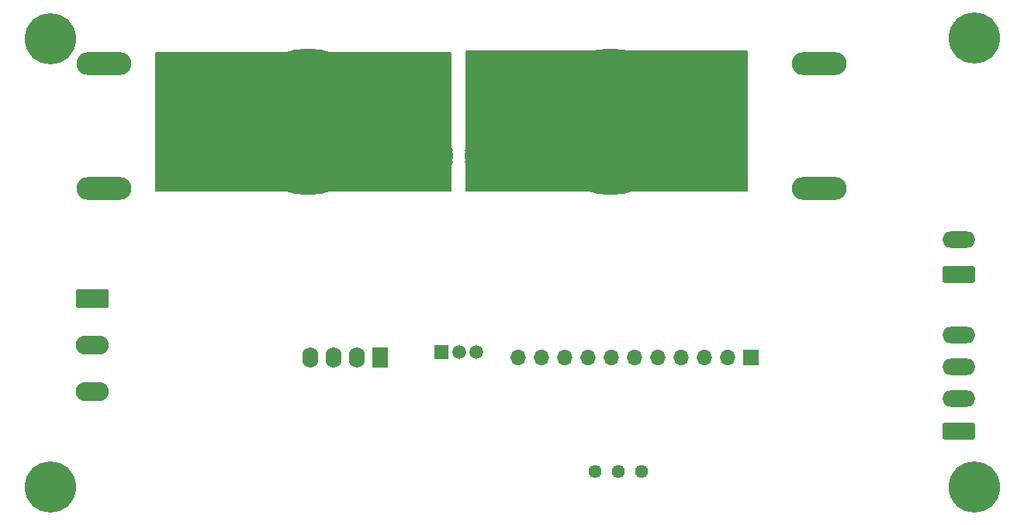
<source format=gbr>
%TF.GenerationSoftware,KiCad,Pcbnew,8.0.3*%
%TF.CreationDate,2024-10-20T11:10:21+02:00*%
%TF.ProjectId,diyBMS_CurrentVoltage_ADS1115,64697942-4d53-45f4-9375-7272656e7456,rev?*%
%TF.SameCoordinates,Original*%
%TF.FileFunction,Soldermask,Bot*%
%TF.FilePolarity,Negative*%
%FSLAX46Y46*%
G04 Gerber Fmt 4.6, Leading zero omitted, Abs format (unit mm)*
G04 Created by KiCad (PCBNEW 8.0.3) date 2024-10-20 11:10:21*
%MOMM*%
%LPD*%
G01*
G04 APERTURE LIST*
G04 Aperture macros list*
%AMRoundRect*
0 Rectangle with rounded corners*
0 $1 Rounding radius*
0 $2 $3 $4 $5 $6 $7 $8 $9 X,Y pos of 4 corners*
0 Add a 4 corners polygon primitive as box body*
4,1,4,$2,$3,$4,$5,$6,$7,$8,$9,$2,$3,0*
0 Add four circle primitives for the rounded corners*
1,1,$1+$1,$2,$3*
1,1,$1+$1,$4,$5*
1,1,$1+$1,$6,$7*
1,1,$1+$1,$8,$9*
0 Add four rect primitives between the rounded corners*
20,1,$1+$1,$2,$3,$4,$5,0*
20,1,$1+$1,$4,$5,$6,$7,0*
20,1,$1+$1,$6,$7,$8,$9,0*
20,1,$1+$1,$8,$9,$2,$3,0*%
%AMHorizOval*
0 Thick line with rounded ends*
0 $1 width*
0 $2 $3 position (X,Y) of the first rounded end (center of the circle)*
0 $4 $5 position (X,Y) of the second rounded end (center of the circle)*
0 Add line between two ends*
20,1,$1,$2,$3,$4,$5,0*
0 Add two circle primitives to create the rounded ends*
1,1,$1,$2,$3*
1,1,$1,$4,$5*%
G04 Aperture macros list end*
%ADD10C,0.200000*%
%ADD11C,0.150000*%
%ADD12C,1.440000*%
%ADD13C,0.800000*%
%ADD14O,6.000000X2.500000*%
%ADD15C,3.200000*%
%ADD16C,16.000000*%
%ADD17C,5.600000*%
%ADD18RoundRect,0.250000X1.550000X-0.650000X1.550000X0.650000X-1.550000X0.650000X-1.550000X-0.650000X0*%
%ADD19O,3.600000X1.800000*%
%ADD20R,1.700000X1.700000*%
%ADD21O,1.700000X1.700000*%
%ADD22R,1.500000X1.500000*%
%ADD23C,1.500000*%
%ADD24HorizOval,0.800000X0.000000X0.000000X0.000000X0.000000X0*%
%ADD25HorizOval,0.800000X0.000000X0.000000X0.000000X0.000000X0*%
%ADD26O,9.000000X6.000000*%
%ADD27RoundRect,0.249999X-1.550001X0.790001X-1.550001X-0.790001X1.550001X-0.790001X1.550001X0.790001X0*%
%ADD28O,3.600000X2.080000*%
%ADD29R,1.750000X2.250000*%
%ADD30O,1.750000X2.250000*%
G04 APERTURE END LIST*
D10*
X95377000Y-61036200D02*
X127584200Y-61036200D01*
X127584200Y-76092400D01*
X95377000Y-76092400D01*
X95377000Y-61036200D01*
G36*
X95377000Y-61036200D02*
G01*
X127584200Y-61036200D01*
X127584200Y-76092400D01*
X95377000Y-76092400D01*
X95377000Y-61036200D01*
G37*
D11*
X129260600Y-60934600D02*
X159918400Y-60934600D01*
X159918400Y-76149200D01*
X129260600Y-76149200D01*
X129260600Y-60934600D01*
G36*
X129260600Y-60934600D02*
G01*
X159918400Y-60934600D01*
X159918400Y-76149200D01*
X129260600Y-76149200D01*
X129260600Y-60934600D01*
G37*
D12*
%TO.C,RV1*%
X148336000Y-106807000D03*
X145796000Y-106807000D03*
X143256000Y-106807000D03*
%TD*%
D13*
%TO.C,*%
X144983200Y-61899800D03*
%TD*%
%TO.C,*%
X98679000Y-71879000D03*
%TD*%
%TO.C,*%
X151003000Y-66344800D03*
%TD*%
%TO.C,*%
X155448000Y-74713600D03*
%TD*%
%TO.C,*%
X153924000Y-63144400D03*
%TD*%
%TO.C,*%
X101727000Y-71879000D03*
%TD*%
%TO.C,*%
X130505200Y-64516333D03*
%TD*%
%TO.C,*%
X105740200Y-66344800D03*
%TD*%
%TO.C,*%
X157022800Y-72046933D03*
%TD*%
%TO.C,*%
X132029200Y-67183000D03*
%TD*%
%TO.C,*%
X97155000Y-63500000D03*
%TD*%
%TO.C,*%
X124841000Y-67183000D03*
%TD*%
%TO.C,*%
X121793000Y-64513000D03*
%TD*%
%TO.C,*%
X147116800Y-73050400D03*
%TD*%
D14*
%TO.C,*%
X167792400Y-62280800D03*
%TD*%
D13*
%TO.C,*%
X118237000Y-66370200D03*
%TD*%
%TO.C,*%
X147116800Y-74599800D03*
%TD*%
%TO.C,*%
X126365000Y-64513000D03*
%TD*%
%TO.C,*%
X124841000Y-63183000D03*
%TD*%
%TO.C,*%
X121793000Y-65853000D03*
%TD*%
%TO.C,*%
X101727000Y-66167000D03*
%TD*%
%TO.C,*%
X97155000Y-73193600D03*
%TD*%
%TO.C,*%
X158546800Y-64477733D03*
%TD*%
%TO.C,*%
X100203000Y-73219000D03*
%TD*%
%TO.C,*%
X97155000Y-74523600D03*
%TD*%
%TO.C,*%
X157022800Y-67144400D03*
%TD*%
%TO.C,*%
X138988800Y-70739000D03*
%TD*%
D15*
%TO.C,J5*%
X116372800Y-64164400D03*
X111937800Y-64164400D03*
X107502800Y-64164400D03*
X116372800Y-68599400D03*
D16*
X111937800Y-68599400D03*
D15*
X107502800Y-68599400D03*
X116372800Y-73034400D03*
X111937800Y-73034400D03*
X107502800Y-73034400D03*
%TD*%
D13*
%TO.C,*%
X98679000Y-70549000D03*
%TD*%
%TO.C,*%
X153924000Y-67144400D03*
%TD*%
%TO.C,*%
X109753400Y-64135000D03*
%TD*%
%TO.C,*%
X158546800Y-72046933D03*
%TD*%
%TO.C,*%
X153924000Y-65811066D03*
%TD*%
%TO.C,*%
X116357400Y-70866000D03*
%TD*%
%TO.C,*%
X157022800Y-74713600D03*
%TD*%
%TO.C,*%
X109855000Y-73025000D03*
%TD*%
%TO.C,*%
X133604000Y-63183000D03*
%TD*%
%TO.C,*%
X142824200Y-62611000D03*
%TD*%
%TO.C,*%
X98679000Y-64830000D03*
%TD*%
D14*
%TO.C,*%
X89687400Y-75895200D03*
%TD*%
D13*
%TO.C,*%
X153924000Y-74713600D03*
%TD*%
D17*
%TO.C,*%
X184658000Y-59436000D03*
%TD*%
D13*
%TO.C,*%
X157022800Y-65811066D03*
%TD*%
%TO.C,*%
X109753400Y-62306200D03*
%TD*%
D18*
%TO.C,J3*%
X182974000Y-102350000D03*
D19*
X182974000Y-98850000D03*
X182974000Y-95350000D03*
X182974000Y-91850000D03*
%TD*%
D13*
%TO.C,*%
X97155000Y-67500000D03*
%TD*%
D17*
%TO.C,*%
X184658000Y-108458000D03*
%TD*%
D13*
%TO.C,*%
X107492800Y-66344800D03*
%TD*%
%TO.C,*%
X158546800Y-74713600D03*
%TD*%
%TO.C,*%
X100203000Y-70549000D03*
%TD*%
%TO.C,*%
X158546800Y-65811066D03*
%TD*%
%TO.C,*%
X97155000Y-70523600D03*
%TD*%
%TO.C,*%
X107492800Y-70866000D03*
%TD*%
%TO.C,*%
X100203000Y-71879000D03*
%TD*%
%TO.C,*%
X98679000Y-67497000D03*
%TD*%
D14*
%TO.C,*%
X167792400Y-75920600D03*
%TD*%
D13*
%TO.C,*%
X123317000Y-67183000D03*
%TD*%
%TO.C,*%
X97155000Y-66166666D03*
%TD*%
%TO.C,*%
X105257600Y-68630800D03*
%TD*%
%TO.C,*%
X114300000Y-73050400D03*
%TD*%
%TO.C,*%
X123317000Y-64513000D03*
%TD*%
D17*
%TO.C,*%
X83820000Y-108458000D03*
%TD*%
D13*
%TO.C,*%
X101727000Y-70549000D03*
%TD*%
%TO.C,*%
X126365000Y-67183000D03*
%TD*%
%TO.C,*%
X100203000Y-63500000D03*
%TD*%
%TO.C,*%
X155448000Y-67144400D03*
%TD*%
%TO.C,*%
X98679000Y-74549000D03*
%TD*%
%TO.C,*%
X157022800Y-73380266D03*
%TD*%
D20*
%TO.C,J2*%
X160274000Y-94361000D03*
D21*
X157734000Y-94361000D03*
X155194000Y-94361000D03*
X152654000Y-94361000D03*
X150114000Y-94361000D03*
X147574000Y-94361000D03*
X145034000Y-94361000D03*
X142494000Y-94361000D03*
X139954000Y-94361000D03*
X137414000Y-94361000D03*
X134874000Y-94361000D03*
%TD*%
D13*
%TO.C,*%
X155448000Y-72046933D03*
%TD*%
%TO.C,*%
X105765600Y-70840600D03*
%TD*%
%TO.C,*%
X139065000Y-66421000D03*
%TD*%
%TO.C,*%
X126365000Y-65853000D03*
%TD*%
%TO.C,*%
X147142200Y-64185800D03*
%TD*%
%TO.C,*%
X114300000Y-75057000D03*
%TD*%
%TO.C,*%
X140538200Y-70739000D03*
%TD*%
%TO.C,*%
X149453600Y-66344800D03*
%TD*%
%TO.C,*%
X158546800Y-67144400D03*
%TD*%
%TO.C,*%
X147142200Y-62687200D03*
%TD*%
%TO.C,*%
X155448000Y-64477733D03*
%TD*%
%TO.C,*%
X101727000Y-63500000D03*
%TD*%
%TO.C,*%
X101727000Y-67497000D03*
%TD*%
%TO.C,*%
X124841000Y-64513000D03*
%TD*%
%TO.C,*%
X98679000Y-66167000D03*
%TD*%
%TO.C,*%
X135128000Y-63183000D03*
%TD*%
%TO.C,*%
X142798800Y-74523600D03*
%TD*%
%TO.C,*%
X124841000Y-65853000D03*
%TD*%
%TO.C,*%
X114249200Y-62407800D03*
%TD*%
%TO.C,*%
X133604000Y-67183000D03*
%TD*%
%TO.C,*%
X158546800Y-70713600D03*
%TD*%
%TO.C,*%
X140563600Y-66421000D03*
%TD*%
%TO.C,*%
X97155000Y-64833333D03*
%TD*%
%TO.C,*%
X130505200Y-67183000D03*
%TD*%
D14*
%TO.C,*%
X89687400Y-62255400D03*
%TD*%
D13*
%TO.C,*%
X116357400Y-66344800D03*
%TD*%
%TO.C,*%
X123317000Y-65853000D03*
%TD*%
%TO.C,*%
X155448000Y-73380266D03*
%TD*%
%TO.C,*%
X153924000Y-73380266D03*
%TD*%
%TO.C,*%
X133604000Y-64516333D03*
%TD*%
%TO.C,*%
X153924000Y-64477733D03*
%TD*%
D22*
%TO.C,U3*%
X126547800Y-93759400D03*
D23*
X128457800Y-93759400D03*
X130367800Y-93759400D03*
D24*
X129507800Y-71729400D03*
D25*
X129507800Y-72989400D03*
D13*
X130257800Y-70699400D03*
X130257800Y-74019400D03*
X131457800Y-70309400D03*
X131457800Y-74409400D03*
X132787800Y-70309400D03*
X132787800Y-74409400D03*
D26*
X133557800Y-72359400D03*
D13*
X134127800Y-70309400D03*
X134127800Y-74409400D03*
X135457800Y-70309400D03*
X135457800Y-74409400D03*
X136657800Y-70699400D03*
X136657800Y-74019400D03*
X137407800Y-71729400D03*
X137407800Y-72989400D03*
X119507800Y-71729400D03*
X119507800Y-72989400D03*
X120257800Y-70699400D03*
X120257800Y-74019400D03*
X121457800Y-70309400D03*
X121457800Y-74409400D03*
X122787800Y-70309400D03*
X122787800Y-74409400D03*
D26*
X123357800Y-72359400D03*
D13*
X124127800Y-70309400D03*
X124127800Y-74409400D03*
X125457800Y-70309400D03*
X125457800Y-74409400D03*
X126657800Y-70699400D03*
X126657800Y-74019400D03*
D25*
X127407800Y-71729400D03*
D24*
X127407800Y-72989400D03*
%TD*%
D13*
%TO.C,*%
X157022800Y-64477733D03*
%TD*%
%TO.C,*%
X130505200Y-65849666D03*
%TD*%
%TO.C,*%
X118262400Y-70891400D03*
%TD*%
%TO.C,*%
X98679000Y-63500000D03*
%TD*%
%TO.C,*%
X158546800Y-73380266D03*
%TD*%
%TO.C,*%
X126365000Y-63183000D03*
%TD*%
%TO.C,*%
X100203000Y-74549000D03*
%TD*%
%TO.C,*%
X155448000Y-63144400D03*
%TD*%
D27*
%TO.C,J1*%
X88417400Y-87909400D03*
D28*
X88417400Y-92989400D03*
X88417400Y-98069400D03*
%TD*%
D18*
%TO.C,J6*%
X182995500Y-85289000D03*
D19*
X182995500Y-81479000D03*
%TD*%
D13*
%TO.C,*%
X130505200Y-63183000D03*
%TD*%
%TO.C,*%
X153924000Y-70713600D03*
%TD*%
%TO.C,*%
X112014000Y-61620400D03*
%TD*%
D17*
%TO.C,REF\u002A\u002A*%
X83853987Y-59563000D03*
%TD*%
D13*
%TO.C,*%
X144957800Y-75311000D03*
%TD*%
%TO.C,*%
X149428200Y-70662800D03*
%TD*%
%TO.C,*%
X114249200Y-64185800D03*
%TD*%
%TO.C,*%
X98679000Y-73219000D03*
%TD*%
%TO.C,*%
X101727000Y-73219000D03*
%TD*%
%TO.C,*%
X101727000Y-74549000D03*
%TD*%
%TO.C,*%
X97155000Y-71853600D03*
%TD*%
%TO.C,*%
X132029200Y-63183000D03*
%TD*%
%TO.C,*%
X151714200Y-68503800D03*
%TD*%
%TO.C,*%
X153924000Y-72046933D03*
%TD*%
%TO.C,*%
X138277600Y-68580000D03*
%TD*%
%TO.C,*%
X123317000Y-63183000D03*
%TD*%
%TO.C,*%
X158546800Y-63144400D03*
%TD*%
%TO.C,*%
X100203000Y-66167000D03*
%TD*%
%TO.C,*%
X121793000Y-67183000D03*
%TD*%
%TO.C,*%
X109855000Y-75057000D03*
%TD*%
%TO.C,*%
X155448000Y-65811066D03*
%TD*%
%TO.C,*%
X100203000Y-64830000D03*
%TD*%
D15*
%TO.C,J4*%
X149402800Y-64164400D03*
X144967800Y-64164400D03*
X140532800Y-64164400D03*
X149402800Y-68599400D03*
D16*
X144967800Y-68599400D03*
D15*
X140532800Y-68599400D03*
X149402800Y-73034400D03*
X144967800Y-73034400D03*
X140532800Y-73034400D03*
%TD*%
D13*
%TO.C,*%
X157022800Y-70713600D03*
%TD*%
%TO.C,*%
X157022800Y-63144400D03*
%TD*%
%TO.C,*%
X111988600Y-75666600D03*
%TD*%
%TO.C,*%
X135128000Y-67183000D03*
%TD*%
%TO.C,*%
X135128000Y-65849666D03*
%TD*%
%TO.C,*%
X142824200Y-64160400D03*
%TD*%
%TO.C,*%
X101727000Y-64830000D03*
%TD*%
%TO.C,*%
X132029200Y-64516333D03*
%TD*%
%TO.C,*%
X118948200Y-68630800D03*
%TD*%
%TO.C,*%
X132029200Y-65849666D03*
%TD*%
%TO.C,*%
X150926800Y-70662800D03*
%TD*%
%TO.C,*%
X133604000Y-65849666D03*
%TD*%
%TO.C,*%
X155448000Y-70713600D03*
%TD*%
D29*
%TO.C,PS1*%
X119867700Y-94352400D03*
D30*
X117327700Y-94352400D03*
X114787700Y-94352400D03*
X112247700Y-94352400D03*
%TD*%
D13*
%TO.C,*%
X135128000Y-64516333D03*
%TD*%
%TO.C,*%
X142798800Y-73025000D03*
%TD*%
%TO.C,*%
X100203000Y-67497000D03*
%TD*%
%TO.C,*%
X121793000Y-63183000D03*
%TD*%
M02*

</source>
